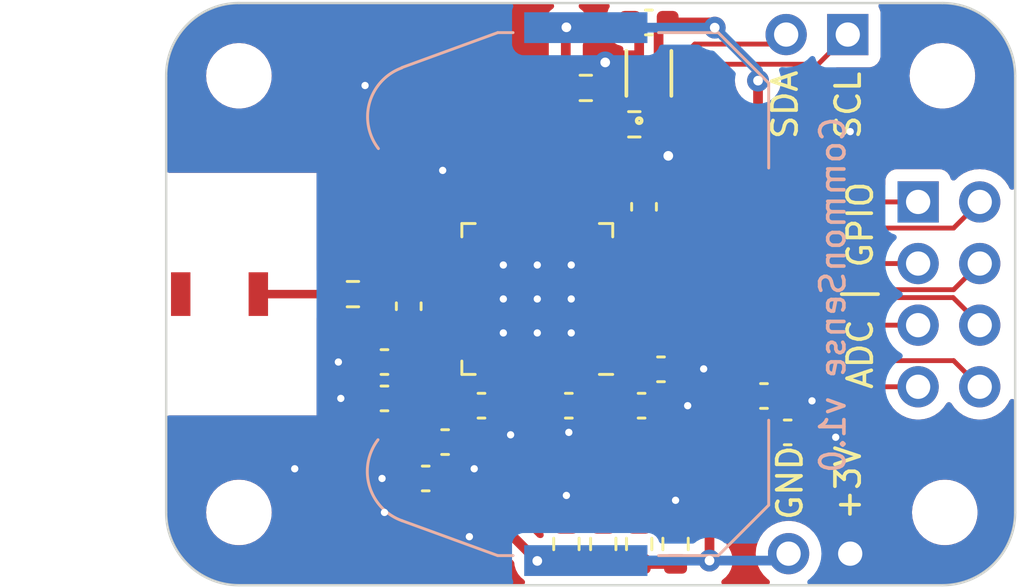
<source format=kicad_pcb>
(kicad_pcb (version 20221018) (generator pcbnew)
  (layers (0 "F.Cu" signal) (31 "B.Cu" signal) (34 "B.Paste" user) (35 "F.Paste" user) (36 "B.SilkS" user "B.Silkscreen") (37 "F.SilkS" user "F.Silkscreen") (38 "B.Mask" user) (39 "F.Mask" user) (44 "Edge.Cuts" user))
  (net 0 "")
  (net 1 "/RF")
  (net 2 "+3V3")
  (net 3 "GND")
  (net 4 "/XL1")
  (net 5 "/XL2")
  (net 6 "/DEC1")
  (net 7 "/DEC4")
  (net 8 "/DEC3")
  (net 9 "/DEC2")
  (net 10 "/XC1")
  (net 11 "/XC2")
  (net 12 "/ANT")
  (net 13 "/LED_RES1")
  (net 14 "/LED_RES2")
  (net 15 "/P0.09")
  (net 16 "/P0.08")
  (net 17 "/P0.07")
  (net 18 "/P0.06")
  (net 19 "/AIN3")
  (net 20 "/AIN2")
  (net 21 "/AIN1")
  (net 22 "/AIN0")
  (net 23 "/STATUS_LED1")
  (net 24 "/STATUS_LED2")
  (net 34 "/RESET")
  (net 35 "/SWDCLK")
  (net 36 "/SWDIO")
  (net 47 "/SDA")
  (net 48 "/SCL")
  (footprint "Connector_PinHeader_2.54mm:PinHeader_1x02_P2.54mm_Vertical" (layer "F.Cu") (at 164.2 78.7 -90)
    (fp_text reference "J2" hide)
    (fp_text value "Conn_01x02" hide)
    (pad "1" thru_hole rect locked (at 0 0 270) (size 1.7 1.7) (drill 1) (layers "*.Cu" "*.Mask") (net 3 "GND"))
    (pad "2" thru_hole oval locked (at 0 2.54 270) (size 1.7 1.7) (drill 1) (layers "*.Cu" "*.Mask") (net 2 "+3V3"))
  )
  (footprint "Capacitor_SMD:C_0603_1608Metric" (layer "F.Cu") (at 145 70.8 180)
    (fp_text reference "C9" hide)
    (fp_text value "N.C." hide)
    (fp_line (start -0.14058 -0.51) (end 0.14058 -0.51) (stroke (width 0.12)) (layer "F.SilkS"))
    (fp_line (start -0.14058 0.51) (end 0.14058 0.51) (stroke (width 0.12)) (layer "F.SilkS"))
    (pad "1" smd roundrect (at -0.775 0 180) (size 0.9 0.95) (layers "F.Cu" "F.Paste" "F.Mask") (net 9 "/DEC2"))
    (pad "2" smd roundrect (at 0.775 0 180) (size 0.9 0.95) (layers "F.Cu" "F.Paste" "F.Mask") (net 3 "GND"))
  )
  (footprint "Capacitor_SMD:C_0603_1608Metric" (layer "F.Cu") (at 156.4 71.1 180)
    (fp_text reference "C3" hide)
    (fp_text value "100n" hide)
    (fp_line (start -0.14058 -0.51) (end 0.14058 -0.51) (stroke (width 0.12)) (layer "F.SilkS"))
    (fp_line (start -0.14058 0.51) (end 0.14058 0.51) (stroke (width 0.12)) (layer "F.SilkS"))
    (pad "1" smd roundrect (at -0.775 0 180) (size 0.9 0.95) (layers "F.Cu" "F.Paste" "F.Mask") (net 3 "GND"))
    (pad "2" smd roundrect (at 0.775 0 180) (size 0.9 0.95) (layers "F.Cu" "F.Paste" "F.Mask") (net 6 "/DEC1"))
  )
  (footprint "MountingHole:MountingHole_2.2mm_M2" (layer "F.Cu") (at 168.1 77)
    (fp_text reference "H4" hide)
    (fp_text value "MountingHole" hide)
    (pad "" np_thru_hole circle locked (at 0 0) (size 2.2 2.2) (drill 2.2) (layers "*.Cu" "*.Mask"))
  )
  (footprint "MountingHole:MountingHole_2.2mm_M2" (layer "F.Cu") (at 139 77)
    (fp_text reference "H1" hide)
    (fp_text value "MountingHole" hide)
    (pad "" np_thru_hole circle locked (at 0 0) (size 2.2 2.2) (drill 2.2) (layers "*.Cu" "*.Mask"))
  )
  (footprint "Connector_PinHeader_2.54mm:PinHeader_2x04_P2.54mm_Vertical" (layer "F.Cu") (at 167 64.2)
    (fp_text reference "J1" hide)
    (fp_text value "Conn_02x04_Counter_Clockwise" hide)
    (pad "1" thru_hole rect locked (at 0 0) (size 1.7 1.7) (drill 1) (layers "*.Cu" "*.Mask") (net 15 "/P0.09"))
    (pad "2" thru_hole oval locked (at 2.54 0) (size 1.7 1.7) (drill 1) (layers "*.Cu" "*.Mask") (net 16 "/P0.08"))
    (pad "3" thru_hole oval locked (at 0 2.54) (size 1.7 1.7) (drill 1) (layers "*.Cu" "*.Mask") (net 17 "/P0.07"))
    (pad "4" thru_hole oval locked (at 2.54 2.54) (size 1.7 1.7) (drill 1) (layers "*.Cu" "*.Mask") (net 18 "/P0.06"))
    (pad "5" thru_hole oval locked (at 0 5.08) (size 1.7 1.7) (drill 1) (layers "*.Cu" "*.Mask") (net 20 "/AIN2"))
    (pad "6" thru_hole oval locked (at 2.54 5.08) (size 1.7 1.7) (drill 1) (layers "*.Cu" "*.Mask") (net 19 "/AIN3"))
    (pad "7" thru_hole oval locked (at 0 7.62) (size 1.7 1.7) (drill 1) (layers "*.Cu" "*.Mask") (net 22 "/AIN0"))
    (pad "8" thru_hole oval locked (at 2.54 7.62) (size 1.7 1.7) (drill 1) (layers "*.Cu" "*.Mask") (net 21 "/AIN1"))
  )
  (footprint "encyclopedia_galactica:ECS-.327-12.5-12R-TR" (layer "F.Cu") (at 160.076228 75.527211 180)
    (fp_text reference "Y1" hide)
    (fp_text value " ECS-.327-12.5-12R-TR " hide)
    (pad "1" smd rect (at -0.7 0 180) (size 0.6 1.1) (layers "F.Cu" "F.Paste" "F.Mask") (net 5 "/XL2"))
    (pad "2" smd rect (at 0.7 0 180) (size 0.6 1.1) (layers "F.Cu" "F.Paste" "F.Mask") (net 4 "/XL1"))
  )
  (footprint "encyclopedia_galactica:2108838-1" (layer "F.Cu") (at 135.7 68)
    (fp_text reference "2108838-1" hide)
    (fp_text value "~" hide)
    (pad "1" smd rect (at 4.1 0) (size 0.8 1.8) (layers "F.Cu" "F.Paste" "F.Mask") (net 1 "/RF"))
    (pad "2" smd rect (at 0.9 0) (size 0.8 1.8) (layers "F.Cu" "F.Paste" "F.Mask"))
    (zone (net 0) (net_name "") (layers "*.Cu") (connect_pads (clearance 0)) (min_thickness 0.25)
      (keepout (tracks allowed) (vias not_allowed) (pads allowed) (copperpour not_allowed) (footprints not_allowed))
      (fill (thermal_gap 0.5) (thermal_bridge_width 0.5))
      (polygon (pts (xy 129.2 63) (xy 129.2 73) (xy 142.2 73) (xy 142.2 63)))
    )
  )
  (footprint "MountingHole:MountingHole_2.2mm_M2" (layer "F.Cu") (at 139 59)
    (fp_text reference "H2" hide)
    (fp_text value "MountingHole" hide)
    (pad "" np_thru_hole circle locked (at 0 0) (size 2.2 2.2) (drill 2.2) (layers "*.Cu" "*.Mask"))
  )
  (footprint "Connector_PinHeader_2.54mm:PinHeader_1x02_P2.54mm_Vertical" (layer "F.Cu") (at 164.1 57.3 -90)
    (fp_text reference "J3" hide)
    (fp_text value "Conn_01x02" hide)
    (pad "1" thru_hole rect locked (at 0 0 270) (size 1.7 1.7) (drill 1) (layers "*.Cu" "*.Mask") (net 48 "/SCL"))
    (pad "2" thru_hole oval locked (at 0 2.54 270) (size 1.7 1.7) (drill 1) (layers "*.Cu" "*.Mask") (net 47 "/SDA"))
  )
  (footprint "Resistor_SMD:R_0603_1608Metric" (layer "F.Cu") (at 154.02 78.3 -90)
    (fp_text reference "R2" hide)
    (fp_text value "R" hide)
    (fp_line (start -0.237258 -0.5225) (end 0.237258 -0.5225) (stroke (width 0.12)) (layer "F.SilkS"))
    (fp_line (start -0.237258 0.5225) (end 0.237258 0.5225) (stroke (width 0.12)) (layer "F.SilkS"))
    (pad "1" smd roundrect (at -0.825 0 270) (size 0.8 0.95) (layers "F.Cu" "F.Paste" "F.Mask") (net 24 "/STATUS_LED2"))
    (pad "2" smd roundrect (at 0.825 0 270) (size 0.8 0.95) (layers "F.Cu" "F.Paste" "F.Mask") (net 14 "/LED_RES2"))
  )
  (footprint "Resistor_SMD:R_0603_1608Metric" (layer "F.Cu") (at 157 78.3 -90)
    (fp_text reference "D1" hide)
    (fp_text value "LED" hide)
    (fp_line (start -0.237258 -0.5225) (end 0.237258 -0.5225) (stroke (width 0.12)) (layer "F.SilkS"))
    (fp_line (start -0.237258 0.5225) (end 0.237258 0.5225) (stroke (width 0.12)) (layer "F.SilkS"))
    (pad "1" smd roundrect (at -0.825 0 270) (size 0.8 0.95) (layers "F.Cu" "F.Paste" "F.Mask") (net 3 "GND"))
    (pad "2" smd roundrect (at 0.825 0 270) (size 0.8 0.95) (layers "F.Cu" "F.Paste" "F.Mask") (net 13 "/LED_RES1"))
  )
  (footprint "Package_DFN_QFN:QFN-48-1EP_6x6mm_P0.4mm_EP4.6x4.6mm" (layer "F.Cu") (at 151.3 68.2 180)
    (fp_text reference "U1" hide)
    (fp_text value "NRF52810-QFAA-R7" hide)
    (fp_line (start -3.11 3.11) (end -3.11 2.56) (stroke (width 0.12)) (layer "F.SilkS"))
    (fp_line (start -2.56 -3.11) (end -3.11 -3.11) (stroke (width 0.12)) (layer "F.SilkS"))
    (fp_line (start -2.56 3.11) (end -3.11 3.11) (stroke (width 0.12)) (layer "F.SilkS"))
    (fp_line (start 2.56 -3.11) (end 3.11 -3.11) (stroke (width 0.12)) (layer "F.SilkS"))
    (fp_line (start 2.56 3.11) (end 3.11 3.11) (stroke (width 0.12)) (layer "F.SilkS"))
    (fp_line (start 3.11 -3.11) (end 3.11 -2.56) (stroke (width 0.12)) (layer "F.SilkS"))
    (fp_line (start 3.11 3.11) (end 3.11 2.56) (stroke (width 0.12)) (layer "F.SilkS"))
    (pad "1" smd roundrect (at -2.95 -2.2 180) (size 0.8 0.2) (layers "F.Cu" "F.Paste" "F.Mask") (net 6 "/DEC1"))
    (pad "2" smd roundrect (at -2.95 -1.8 180) (size 0.8 0.2) (layers "F.Cu" "F.Paste" "F.Mask") (net 4 "/XL1"))
    (pad "3" smd roundrect (at -2.95 -1.4 180) (size 0.8 0.2) (layers "F.Cu" "F.Paste" "F.Mask") (net 5 "/XL2"))
    (pad "4" smd roundrect (at -2.95 -1 180) (size 0.8 0.2) (layers "F.Cu" "F.Paste" "F.Mask") (net 22 "/AIN0"))
    (pad "5" smd roundrect (at -2.95 -0.6 180) (size 0.8 0.2) (layers "F.Cu" "F.Paste" "F.Mask") (net 21 "/AIN1"))
    (pad "6" smd roundrect (at -2.95 -0.2 180) (size 0.8 0.2) (layers "F.Cu" "F.Paste" "F.Mask") (net 20 "/AIN2"))
    (pad "7" smd roundrect (at -2.95 0.2 180) (size 0.8 0.2) (layers "F.Cu" "F.Paste" "F.Mask") (net 19 "/AIN3"))
    (pad "8" smd roundrect (at -2.95 0.6 180) (size 0.8 0.2) (layers "F.Cu" "F.Paste" "F.Mask") (net 18 "/P0.06"))
    (pad "9" smd roundrect (at -2.95 1 180) (size 0.8 0.2) (layers "F.Cu" "F.Paste" "F.Mask") (net 17 "/P0.07"))
    (pad "10" smd roundrect (at -2.95 1.4 180) (size 0.8 0.2) (layers "F.Cu" "F.Paste" "F.Mask") (net 16 "/P0.08"))
    (pad "11" smd roundrect (at -2.95 1.8 180) (size 0.8 0.2) (layers "F.Cu" "F.Paste" "F.Mask") (net 15 "/P0.09"))
    (pad "12" smd roundrect (at -2.95 2.2 180) (size 0.8 0.2) (layers "F.Cu" "F.Paste" "F.Mask"))
    (pad "13" smd roundrect (at -2.2 2.95 180) (size 0.2 0.8) (layers "F.Cu" "F.Paste" "F.Mask") (net 2 "+3V3"))
    (pad "14" smd roundrect (at -1.8 2.95 180) (size 0.2 0.8) (layers "F.Cu" "F.Paste" "F.Mask"))
    (pad "15" smd roundrect (at -1.4 2.95 180) (size 0.2 0.8) (layers "F.Cu" "F.Paste" "F.Mask"))
    (pad "16" smd roundrect (at -1 2.95 180) (size 0.2 0.8) (layers "F.Cu" "F.Paste" "F.Mask") (net 48 "/SCL"))
    (pad "17" smd roundrect (at -0.6 2.95 180) (size 0.2 0.8) (layers "F.Cu" "F.Paste" "F.Mask") (net 47 "/SDA"))
    (pad "18" smd roundrect (at -0.2 2.95 180) (size 0.2 0.8) (layers "F.Cu" "F.Paste" "F.Mask"))
    (pad "19" smd roundrect (at 0.2 2.95 180) (size 0.2 0.8) (layers "F.Cu" "F.Paste" "F.Mask"))
    (pad "20" smd roundrect (at 0.6 2.95 180) (size 0.2 0.8) (layers "F.Cu" "F.Paste" "F.Mask"))
    (pad "21" smd roundrect (at 1 2.95 180) (size 0.2 0.8) (layers "F.Cu" "F.Paste" "F.Mask"))
    (pad "22" smd roundrect (at 1.4 2.95 180) (size 0.2 0.8) (layers "F.Cu" "F.Paste" "F.Mask"))
    (pad "23" smd roundrect (at 1.8 2.95 180) (size 0.2 0.8) (layers "F.Cu" "F.Paste" "F.Mask"))
    (pad "24" smd roundrect (at 2.2 2.95 180) (size 0.2 0.8) (layers "F.Cu" "F.Paste" "F.Mask") (net 34 "/RESET"))
    (pad "25" smd roundrect (at 2.95 2.2 180) (size 0.8 0.2) (layers "F.Cu" "F.Paste" "F.Mask") (net 35 "/SWDCLK"))
    (pad "26" smd roundrect (at 2.95 1.8 180) (size 0.8 0.2) (layers "F.Cu" "F.Paste" "F.Mask") (net 36 "/SWDIO"))
    (pad "27" smd roundrect (at 2.95 1.4 180) (size 0.8 0.2) (layers "F.Cu" "F.Paste" "F.Mask"))
    (pad "28" smd roundrect (at 2.95 1 180) (size 0.8 0.2) (layers "F.Cu" "F.Paste" "F.Mask"))
    (pad "29" smd roundrect (at 2.95 0.6 180) (size 0.8 0.2) (layers "F.Cu" "F.Paste" "F.Mask"))
    (pad "30" smd roundrect (at 2.95 0.2 180) (size 0.8 0.2) (layers "F.Cu" "F.Paste" "F.Mask") (net 12 "/ANT"))
    (pad "31" smd roundrect (at 2.95 -0.2 180) (size 0.8 0.2) (layers "F.Cu" "F.Paste" "F.Mask") (net 3 "GND"))
    (pad "32" smd roundrect (at 2.95 -0.6 180) (size 0.8 0.2) (layers "F.Cu" "F.Paste" "F.Mask") (net 9 "/DEC2"))
    (pad "33" smd roundrect (at 2.95 -1 180) (size 0.8 0.2) (layers "F.Cu" "F.Paste" "F.Mask") (net 8 "/DEC3"))
    (pad "34" smd roundrect (at 2.95 -1.4 180) (size 0.8 0.2) (layers "F.Cu" "F.Paste" "F.Mask") (net 11 "/XC2"))
    (pad "35" smd roundrect (at 2.95 -1.8 180) (size 0.8 0.2) (layers "F.Cu" "F.Paste" "F.Mask") (net 10 "/XC1"))
    (pad "36" smd roundrect (at 2.95 -2.2 180) (size 0.8 0.2) (layers "F.Cu" "F.Paste" "F.Mask") (net 2 "+3V3"))
    (pad "37" smd roundrect (at 2.2 -2.95 180) (size 0.2 0.8) (layers "F.Cu" "F.Paste" "F.Mask"))
    (pad "38" smd roundrect (at 1.8 -2.95 180) (size 0.2 0.8) (layers "F.Cu" "F.Paste" "F.Mask"))
    (pad "39" smd roundrect (at 1.4 -2.95 180) (size 0.2 0.8) (layers "F.Cu" "F.Paste" "F.Mask"))
    (pad "40" smd roundrect (at 1 -2.95 180) (size 0.2 0.8) (layers "F.Cu" "F.Paste" "F.Mask"))
    (pad "41" smd roundrect (at 0.6 -2.95 180) (size 0.2 0.8) (layers "F.Cu" "F.Paste" "F.Mask") (net 24 "/STATUS_LED2"))
    (pad "42" smd roundrect (at 0.2 -2.95 180) (size 0.2 0.8) (layers "F.Cu" "F.Paste" "F.Mask") (net 23 "/STATUS_LED1"))
    (pad "43" smd roundrect (at -0.2 -2.95 180) (size 0.2 0.8) (layers "F.Cu" "F.Paste" "F.Mask"))
    (pad "44" smd roundrect (at -0.6 -2.95 180) (size 0.2 0.8) (layers "F.Cu" "F.Paste" "F.Mask"))
    (pad "45" smd roundrect (at -1 -2.95 180) (size 0.2 0.8) (layers "F.Cu" "F.Paste" "F.Mask") (net 3 "GND"))
    (pad "46" smd roundrect (at -1.4 -2.95 180) (size 0.2 0.8) (layers "F.Cu" "F.Paste" "F.Mask") (net 7 "/DEC4"))
    (pad "47" smd roundrect (at -1.8 -2.95 180) (size 0.2 0.8) (layers "F.Cu" "F.Paste" "F.Mask"))
    (pad "48" smd roundrect (at -2.2 -2.95 180) (size 0.2 0.8) (layers "F.Cu" "F.Paste" "F.Mask") (net 2 "+3V3"))
    (pad "49" smd rect (at 0 0 180) (size 4.6 4.6) (layers "F.Cu" "F.Mask") (net 3 "GND"))
  )
  (footprint "Capacitor_SMD:C_0603_1608Metric" (layer "F.Cu") (at 145 72.3 180)
    (fp_text reference "C8" hide)
    (fp_text value "100pF" hide)
    (fp_line (start -0.14058 -0.51) (end 0.14058 -0.51) (stroke (width 0.12)) (layer "F.SilkS"))
    (fp_line (start -0.14058 0.51) (end 0.14058 0.51) (stroke (width 0.12)) (layer "F.SilkS"))
    (pad "1" smd roundrect (at -0.775 0 180) (size 0.9 0.95) (layers "F.Cu" "F.Paste" "F.Mask") (net 8 "/DEC3"))
    (pad "2" smd roundrect (at 0.775 0 180) (size 0.9 0.95) (layers "F.Cu" "F.Paste" "F.Mask") (net 3 "GND"))
  )
  (footprint "Capacitor_SMD:C_0603_1608Metric" (layer "F.Cu") (at 155.6 72.6 180)
    (fp_text reference "C5" hide)
    (fp_text value "4u7" hide)
    (fp_line (start -0.14058 -0.51) (end 0.14058 -0.51) (stroke (width 0.12)) (layer "F.SilkS"))
    (fp_line (start -0.14058 0.51) (end 0.14058 0.51) (stroke (width 0.12)) (layer "F.SilkS"))
    (pad "1" smd roundrect (at -0.775 0 180) (size 0.9 0.95) (layers "F.Cu" "F.Paste" "F.Mask") (net 3 "GND"))
    (pad "2" smd roundrect (at 0.775 0 180) (size 0.9 0.95) (layers "F.Cu" "F.Paste" "F.Mask") (net 2 "+3V3"))
  )
  (footprint "Capacitor_SMD:C_0603_1608Metric" (layer "F.Cu") (at 147.5 74.1)
    (fp_text reference "C11" hide)
    (fp_text value "12pF" hide)
    (fp_line (start -0.14058 -0.51) (end 0.14058 -0.51) (stroke (width 0.12)) (layer "F.SilkS"))
    (fp_line (start -0.14058 0.51) (end 0.14058 0.51) (stroke (width 0.12)) (layer "F.SilkS"))
    (pad "1" smd roundrect (at -0.775 0) (size 0.9 0.95) (layers "F.Cu" "F.Paste" "F.Mask") (net 11 "/XC2"))
    (pad "2" smd roundrect (at 0.775 0) (size 0.9 0.95) (layers "F.Cu" "F.Paste" "F.Mask") (net 3 "GND"))
  )
  (footprint "Resistor_SMD:R_0603_1608Metric" (layer "F.Cu") (at 153.3 59.5)
    (fp_text reference "R4" hide)
    (fp_text value "10k" hide)
    (fp_line (start -0.237258 -0.5225) (end 0.237258 -0.5225) (stroke (width 0.12)) (layer "F.SilkS"))
    (fp_line (start -0.237258 0.5225) (end 0.237258 0.5225) (stroke (width 0.12)) (layer "F.SilkS"))
    (pad "1" smd roundrect (at -0.825 0) (size 0.8 0.95) (layers "F.Cu" "F.Paste" "F.Mask") (net 2 "+3V3"))
    (pad "2" smd roundrect (at 0.825 0) (size 0.8 0.95) (layers "F.Cu" "F.Paste" "F.Mask") (net 47 "/SDA"))
  )
  (footprint "Resistor_SMD:R_0603_1608Metric" (layer "F.Cu") (at 155.5 78.3 -90)
    (fp_text reference "R1" hide)
    (fp_text value "R" hide)
    (fp_line (start -0.237258 -0.5225) (end 0.237258 -0.5225) (stroke (width 0.12)) (layer "F.SilkS"))
    (fp_line (start -0.237258 0.5225) (end 0.237258 0.5225) (stroke (width 0.12)) (layer "F.SilkS"))
    (pad "1" smd roundrect (at -0.825 0 270) (size 0.8 0.95) (layers "F.Cu" "F.Paste" "F.Mask") (net 23 "/STATUS_LED1"))
    (pad "2" smd roundrect (at 0.825 0 270) (size 0.8 0.95) (layers "F.Cu" "F.Paste" "F.Mask") (net 13 "/LED_RES1"))
  )
  (footprint "MountingHole:MountingHole_2.2mm_M2" (layer "F.Cu") (at 168 59)
    (fp_text reference "H3" hide)
    (fp_text value "MountingHole" hide)
    (pad "" np_thru_hole circle locked (at 0 0) (size 2.2 2.2) (drill 2.2) (layers "*.Cu" "*.Mask"))
  )
  (footprint "Resistor_SMD:R_0603_1608Metric" (layer "F.Cu") (at 143.7 68 180)
    (fp_text reference "L1" hide)
    (fp_text value "3.9nH" hide)
    (fp_line (start -0.237258 -0.5225) (end 0.237258 -0.5225) (stroke (width 0.12)) (layer "F.SilkS"))
    (fp_line (start -0.237258 0.5225) (end 0.237258 0.5225) (stroke (width 0.12)) (layer "F.SilkS"))
    (pad "1" smd roundrect (at -0.825 0 180) (size 0.8 0.95) (layers "F.Cu" "F.Paste" "F.Mask") (net 12 "/ANT"))
    (pad "2" smd roundrect (at 0.825 0 180) (size 0.8 0.95) (layers "F.Cu" "F.Paste" "F.Mask") (net 1 "/RF"))
  )
  (footprint "Resistor_SMD:R_0603_1608Metric" (layer "F.Cu") (at 155.3 61 180)
    (fp_text reference "R3" hide)
    (fp_text value "10k" hide)
    (fp_line (start -0.237258 -0.5225) (end 0.237258 -0.5225) (stroke (width 0.12)) (layer "F.SilkS"))
    (fp_line (start -0.237258 0.5225) (end 0.237258 0.5225) (stroke (width 0.12)) (layer "F.SilkS"))
    (pad "1" smd roundrect (at -0.825 0 180) (size 0.8 0.95) (layers "F.Cu" "F.Paste" "F.Mask") (net 48 "/SCL"))
    (pad "2" smd roundrect (at 0.825 0 180) (size 0.8 0.95) (layers "F.Cu" "F.Paste" "F.Mask") (net 2 "+3V3"))
  )
  (footprint "Capacitor_SMD:C_0603_1608Metric" (layer "F.Cu") (at 149 72.6 180)
    (fp_text reference "C7" hide)
    (fp_text value "100n" hide)
    (fp_line (start -0.14058 -0.51) (end 0.14058 -0.51) (stroke (width 0.12)) (layer "F.SilkS"))
    (fp_line (start -0.14058 0.51) (end 0.14058 0.51) (stroke (width 0.12)) (layer "F.SilkS"))
    (pad "1" smd roundrect (at -0.775 0 180) (size 0.9 0.95) (layers "F.Cu" "F.Paste" "F.Mask") (net 3 "GND"))
    (pad "2" smd roundrect (at 0.775 0 180) (size 0.9 0.95) (layers "F.Cu" "F.Paste" "F.Mask") (net 2 "+3V3"))
  )
  (footprint "Capacitor_SMD:C_0603_1608Metric" (layer "F.Cu") (at 155.90005 56.8 180)
    (fp_text reference "C13" hide)
    (fp_text value "100n" hide)
    (fp_line (start -0.14058 -0.51) (end 0.14058 -0.51) (stroke (width 0.12)) (layer "F.SilkS"))
    (fp_line (start -0.14058 0.51) (end 0.14058 0.51) (stroke (width 0.12)) (layer "F.SilkS"))
    (pad "1" smd roundrect (at -0.775 0 180) (size 0.9 0.95) (layers "F.Cu" "F.Paste" "F.Mask") (net 2 "+3V3"))
    (pad "2" smd roundrect (at 0.775 0 180) (size 0.9 0.95) (layers "F.Cu" "F.Paste" "F.Mask") (net 3 "GND"))
  )
  (footprint "Capacitor_SMD:C_0603_1608Metric" (layer "F.Cu") (at 161.62255 73.7)
    (fp_text reference "C2" hide)
    (fp_text value "12pF" hide)
    (fp_line (start -0.14058 -0.51) (end 0.14058 -0.51) (stroke (width 0.12)) (layer "F.SilkS"))
    (fp_line (start -0.14058 0.51) (end 0.14058 0.51) (stroke (width 0.12)) (layer "F.SilkS"))
    (pad "1" smd roundrect (at -0.775 0) (size 0.9 0.95) (layers "F.Cu" "F.Paste" "F.Mask") (net 5 "/XL2"))
    (pad "2" smd roundrect (at 0.775 0) (size 0.9 0.95) (layers "F.Cu" "F.Paste" "F.Mask") (net 3 "GND"))
  )
  (footprint "Capacitor_SMD:C_0603_1608Metric" (layer "F.Cu") (at 155.7 64.4 -90)
    (fp_text reference "C4" hide)
    (fp_text value "100n" hide)
    (fp_line (start -0.14058 -0.51) (end 0.14058 -0.51) (stroke (width 0.12)) (layer "F.SilkS"))
    (fp_line (start -0.14058 0.51) (end 0.14058 0.51) (stroke (width 0.12)) (layer "F.SilkS"))
    (pad "1" smd roundrect (at -0.775 0 270) (size 0.9 0.95) (layers "F.Cu" "F.Paste" "F.Mask") (net 3 "GND"))
    (pad "2" smd roundrect (at 0.775 0 270) (size 0.9 0.95) (layers "F.Cu" "F.Paste" "F.Mask") (net 2 "+3V3"))
  )
  (footprint "encyclopedia_galactica:DFN4_SHT41_SEN" (layer "F.Cu") (at 155.90005 58.9 90)
    (fp_text reference "U2" hide)
    (fp_text value "SHT41-AD1B-R2" hide)
    (fp_line (start -0.9271 0.9271) (end 0.9271 0.9271) (stroke (width 0.1524)) (layer "F.SilkS"))
    (fp_line (start 0.9271 -0.9271) (end -0.9271 -0.9271) (stroke (width 0.1524)) (layer "F.SilkS"))
    (fp_circle (center -1.950999 -0.40005) (end -1.849399 -0.40005) (stroke (width 0.1524)) (fill none) (layer "F.SilkS"))
    (pad "1" smd rect (at -0.7469 -0.40005 90) (size 0.706399 0.3056) (layers "F.Cu" "F.Paste" "F.Mask") (net 47 "/SDA"))
    (pad "2" smd rect (at -0.7469 0.40005 90) (size 0.706399 0.3056) (layers "F.Cu" "F.Paste" "F.Mask") (net 48 "/SCL"))
    (pad "3" smd rect (at 0.7469 0.40005 90) (size 0.706399 0.3056) (layers "F.Cu" "F.Paste" "F.Mask") (net 2 "+3V3"))
    (pad "4" smd rect (at 0.7469 -0.40005 90) (size 0.706399 0.3056) (layers "F.Cu" "F.Paste" "F.Mask") (net 3 "GND"))
  )
  (footprint "Capacitor_SMD:C_0603_1608Metric" (layer "F.Cu") (at 160.6451 72.2)
    (fp_text reference "C1" hide)
    (fp_text value "12pF" hide)
    (fp_line (start -0.14058 -0.51) (end 0.14058 -0.51) (stroke (width 0.12)) (layer "F.SilkS"))
    (fp_line (start -0.14058 0.51) (end 0.14058 0.51) (stroke (width 0.12)) (layer "F.SilkS"))
    (pad "1" smd roundrect (at -0.775 0) (size 0.9 0.95) (layers "F.Cu" "F.Paste" "F.Mask") (net 4 "/XL1"))
    (pad "2" smd roundrect (at 0.775 0) (size 0.9 0.95) (layers "F.Cu" "F.Paste" "F.Mask") (net 3 "GND"))
  )
  (footprint "encyclopedia_galactica:ABM11W-30.0000MHZ-7-D1X-T3" (layer "F.Cu") (at 146.7625 77.5)
    (fp_text reference "Y2" hide)
    (fp_text value "ABM11W-32.0000MHZ-7-D1X-T3 " hide)
    (pad "1" smd rect (at -0.637 -0.487 90) (size 0.775 0.875) (layers "F.Cu" "F.Paste" "F.Mask") (net 3 "GND"))
    (pad "2" smd rect (at 0.637 -0.487 90) (size 0.775 0.875) (layers "F.Cu" "F.Paste" "F.Mask") (net 10 "/XC1"))
    (pad "3" smd rect (at -0.637 0.487 90) (size 0.775 0.875) (layers "F.Cu" "F.Paste" "F.Mask") (net 11 "/XC2"))
    (pad "4" smd rect (at 0.637 0.487 90) (size 0.775 0.875) (layers "F.Cu" "F.Paste" "F.Mask") (net 3 "GND"))
  )
  (footprint "Capacitor_SMD:C_0603_1608Metric" (layer "F.Cu") (at 146 68.5 90)
    (fp_text reference "C12" hide)
    (fp_text value "0.8pF" hide)
    (fp_line (start -0.14058 -0.51) (end 0.14058 -0.51) (stroke (width 0.12)) (layer "F.SilkS"))
    (fp_line (start -0.14058 0.51) (end 0.14058 0.51) (stroke (width 0.12)) (layer "F.SilkS"))
    (pad "1" smd roundrect (at -0.775 0 90) (size 0.9 0.95) (layers "F.Cu" "F.Paste" "F.Mask") (net 3 "GND"))
    (pad "2" smd roundrect (at 0.775 0 90) (size 0.9 0.95) (layers "F.Cu" "F.Paste" "F.Mask") (net 12 "/ANT"))
  )
  (footprint "Capacitor_SMD:C_0603_1608Metric" (layer "F.Cu") (at 152.6 72.6 180)
    (fp_text reference "C6" hide)
    (fp_text value "1u" hide)
    (fp_line (start -0.14058 -0.51) (end 0.14058 -0.51) (stroke (width 0.12)) (layer "F.SilkS"))
    (fp_line (start -0.14058 0.51) (end 0.14058 0.51) (stroke (width 0.12)) (layer "F.SilkS"))
    (pad "1" smd roundrect (at -0.775 0 180) (size 0.9 0.95) (layers "F.Cu" "F.Paste" "F.Mask") (net 7 "/DEC4"))
    (pad "2" smd roundrect (at 0.775 0 180) (size 0.9 0.95) (layers "F.Cu" "F.Paste" "F.Mask") (net 3 "GND"))
  )
  (footprint "Resistor_SMD:R_0603_1608Metric" (layer "F.Cu") (at 152.5 78.3 -90)
    (fp_text reference "D2" hide)
    (fp_text value "LED" hide)
    (fp_line (start -0.237258 -0.5225) (end 0.237258 -0.5225) (stroke (width 0.12)) (layer "F.SilkS"))
    (fp_line (start -0.237258 0.5225) (end 0.237258 0.5225) (stroke (width 0.12)) (layer "F.SilkS"))
    (pad "1" smd roundrect (at -0.825 0 270) (size 0.8 0.95) (layers "F.Cu" "F.Paste" "F.Mask") (net 3 "GND"))
    (pad "2" smd roundrect (at 0.825 0 270) (size 0.8 0.95) (layers "F.Cu" "F.Paste" "F.Mask") (net 14 "/LED_RES2"))
  )
  (footprint "Capacitor_SMD:C_0603_1608Metric" (layer "F.Cu") (at 146.7 75.6 180)
    (fp_text reference "C10" hide)
    (fp_text value "12pF" hide)
    (fp_line (start -0.14058 -0.51) (end 0.14058 -0.51) (stroke (width 0.12)) (layer "F.SilkS"))
    (fp_line (start -0.14058 0.51) (end 0.14058 0.51) (stroke (width 0.12)) (layer "F.SilkS"))
    (pad "1" smd roundrect (at -0.775 0 180) (size 0.9 0.95) (layers "F.Cu" "F.Paste" "F.Mask") (net 10 "/XC1"))
    (pad "2" smd roundrect (at 0.775 0 180) (size 0.9 0.95) (layers "F.Cu" "F.Paste" "F.Mask") (net 3 "GND"))
  )
  (footprint "Battery:BatteryHolder_Keystone_3034_1x20mm" (layer "B.Cu") (at 153.3 68 90)
    (fp_text reference "BT1" hide)
    (fp_text value "Battery_Cell" hide)
    (fp_line (start -10.78 -3.63) (end -9.34 -7.58) (stroke (width 0.12)) (layer "B.SilkS"))
    (fp_line (start -10.78 -3) (end -10.78 -3.63) (stroke (width 0.12)) (layer "B.SilkS"))
    (fp_line (start -10.78 5.46) (end -10.78 3) (stroke (width 0.12)) (layer "B.SilkS"))
    (fp_line (start -8.7 7.54) (end -10.78 5.46) (stroke (width 0.12)) (layer "B.SilkS"))
    (fp_line (start -5.2 7.54) (end -8.7 7.54) (stroke (width 0.12)) (layer "B.SilkS"))
    (fp_line (start 8.7 7.54) (end 5.2 7.54) (stroke (width 0.12)) (layer "B.SilkS"))
    (fp_line (start 8.7 7.54) (end 10.78 5.46) (stroke (width 0.12)) (layer "B.SilkS"))
    (fp_line (start 10.78 -3.63) (end 9.34 -7.58) (stroke (width 0.12)) (layer "B.SilkS"))
    (fp_line (start 10.78 -3) (end 10.78 -3.63) (stroke (width 0.12)) (layer "B.SilkS"))
    (fp_line (start 10.78 5.46) (end 10.78 3) (stroke (width 0.12)) (layer "B.SilkS"))
    (fp_arc (start -9.34 -7.58) (mid -7.921654 -8.918738) (end -6.003354 -8.56653) (stroke (width 0.12)) (layer "B.SilkS"))
    (fp_arc (start 6 -8.55) (mid 7.90634 -8.911669) (end 9.325243 -7.588169) (stroke (width 0.12)) (layer "B.SilkS"))
    (pad "1" smd rect (at -10.985 0 90) (size 1.27 5.08) (layers "B.Cu" "B.Paste" "B.Mask") (net 2 "+3V3"))
    (pad "1" smd rect (at 10.985 0 90) (size 1.27 5.08) (layers "B.Cu" "B.Paste" "B.Mask") (net 2 "+3V3"))
    (pad "2" smd circle (at 0 0 90) (size 17.8 17.8) (layers "B.Cu" "B.Mask") (net 3 "GND"))
  )
  (gr_line (start 165.35 68) (end 163.85 68) (stroke (width 0.15)) (layer "F.SilkS"))
  (gr_line locked (start 168.000001 80.000001) (end 139 80) (stroke (width 0.1)) (layer "Edge.Cuts"))
  (gr_line locked (start 171 59) (end 171 77) (stroke (width 0.1)) (layer "Edge.Cuts"))
  (gr_arc locked (start 138.999999 80.000001) (mid 136.878679 79.121321) (end 135.999999 77.000001) (stroke (width 0.1)) (layer "Edge.Cuts"))
  (gr_arc locked (start 168 56) (mid 170.12132 56.87868) (end 171 59) (stroke (width 0.1)) (layer "Edge.Cuts"))
  (gr_arc locked (start 135.999999 58.999999) (mid 136.878679 56.878679) (end 138.999999 55.999999) (stroke (width 0.1)) (layer "Edge.Cuts"))
  (gr_line locked (start 139 56) (end 168 56) (stroke (width 0.1)) (layer "Edge.Cuts"))
  (gr_arc locked (start 171.000001 77.000001) (mid 170.121321 79.121321) (end 168.000001 80.000001) (stroke (width 0.1)) (layer "Edge.Cuts"))
  (gr_line locked (start 136 77) (end 136 59) (stroke (width 0.1)) (layer "Edge.Cuts"))
  (gr_text "CommonSense v1.0" (at 162.9 60.6 90) (layer "B.SilkS") (effects (font (size 1 1)) (justify left top mirror)))
  (gr_text "SCL" (at 164.7 61.7 90) (layer "F.SilkS") (effects (font (size 1 1)) (justify left bottom)))
  (gr_text "SDA" (at 162.1 61.7 90) (layer "F.SilkS") (effects (font (size 1 1)) (justify left bottom)))
  (gr_text "GPIO" (at 165.2 67 90) (layer "F.SilkS") (effects (font (size 1 1)) (justify left bottom)))
  (gr_text "+3V" (at 164.7 77.4 90) (layer "F.SilkS") (effects (font (size 1 1)) (justify left bottom)))
  (gr_text "GND" (at 162.3 77.4 90) (layer "F.SilkS") (effects (font (size 1 1)) (justify left bottom)))
  (gr_text "ADC" (at 165.2 72 90) (layer "F.SilkS") (effects (font (size 1 1)) (justify left bottom)))
  (segment (start 142.875 68) (end 139.8 68) (width 0.35) (layer "F.Cu") (net 1))
  (segment (start 156.3001 58.1531) (end 156.3001 57.17495) (width 0.4) (layer "F.Cu") (net 2))
  (segment (start 148.225 72.6) (end 148.225 70.525) (width 0.4) (layer "F.Cu") (net 2))
  (segment (start 149.4 77.1) (end 149.4 73.775) (width 0.4) (layer "F.Cu") (net 2))
  (segment (start 154.825 72.6) (end 153.6 71.375) (width 0.4) (layer "F.Cu") (net 2))
  (segment (start 148.323 70.427) (end 148.35 70.427) (width 0.4) (layer "F.Cu") (net 2))
  (segment (start 156.3001 57.17495) (end 156.67505 56.8) (width 0.4) (layer "F.Cu") (net 2))
  (segment (start 151.3 79) (end 149.4 77.1) (width 0.4) (layer "F.Cu") (net 2))
  (segment (start 152.475 59.5) (end 152.475 57.025) (width 0.4) (layer "F.Cu") (net 2))
  (segment (start 153.6 71.375) (end 153.6 71.15) (width 0.4) (layer "F.Cu") (net 2))
  (segment (start 155.7 65.175) (end 153.575 65.175) (width 0.4) (layer "F.Cu") (net 2))
  (segment (start 160.4 59.1995) (end 160.4 60.475) (width 0.4) (layer "F.Cu") (net 2))
  (segment (start 156.67505 56.8) (end 158.4 56.8) (width 0.4) (layer "F.Cu") (net 2))
  (segment (start 160.4 60.475) (end 155.7 65.175) (width 0.4) (layer "F.Cu") (net 2))
  (segment (start 149.4 73.775) (end 148.225 72.6) (width 0.4) (layer "F.Cu") (net 2))
  (segment (start 158.4 56.8) (end 158.615 57.015) (width 0.4) (layer "F.Cu") (net 2))
  (segment (start 154.475 61) (end 153.975 61) (width 0.4) (layer "F.Cu") (net 2))
  (segment (start 153.975 61) (end 152.475 59.5) (width 0.4) (layer "F.Cu") (net 2))
  (segment (start 158.4 76.175) (end 154.825 72.6) (width 0.4) (layer "F.Cu") (net 2))
  (segment (start 148.225 70.525) (end 148.323 70.427) (width 0.4) (layer "F.Cu") (net 2))
  (segment (start 153.527 65.223) (end 153.527 65.25) (width 0.4) (layer "F.Cu") (net 2))
  (segment (start 158.4 78.985) (end 158.4 76.175) (width 0.4) (layer "F.Cu") (net 2))
  (segment (start 153.575 65.175) (end 153.527 65.223) (width 0.4) (layer "F.Cu") (net 2))
  (segment (start 152.475 57.025) (end 152.5 57) (width 0.4) (layer "F.Cu") (net 2))
  (via (at 158.4 78.985) (size 0.9) (drill 0.4) (layers "F.Cu" "B.Cu") (net 2))
  (via (at 152.5 57) (size 0.9) (drill 0.4) (layers "F.Cu" "B.Cu") (net 2))
  (via (at 151.3 79) (size 0.9) (drill 0.4) (layers "F.Cu" "B.Cu") (net 2))
  (via (at 160.4 59.1995) (size 0.9) (drill 0.4) (layers "F.Cu" "B.Cu") (net 2))
  (via (at 158.615 57.015) (size 0.9) (drill 0.4) (layers "F.Cu" "B.Cu") (net 2))
  (segment (start 161.375 78.985) (end 161.66 78.7) (width 0.4) (layer "B.Cu") (net 2))
  (segment (start 158.4 78.985) (end 153.3 78.985) (width 0.4) (layer "B.Cu") (net 2))
  (segment (start 160.4 58.8) (end 158.615 57.015) (width 0.4) (layer "B.Cu") (net 2))
  (segment (start 153.3 78.985) (end 161.375 78.985) (width 0.4) (layer "B.Cu") (net 2))
  (segment (start 158.615 57.015) (end 153.3 57.015) (width 0.4) (layer "B.Cu") (net 2))
  (segment (start 160.4 59.1995) (end 160.4 58.8) (width 0.4) (layer "B.Cu") (net 2))
  (segment (start 155.7 63.625) (end 155.7 63.3) (width 0.2) (layer "F.Cu") (net 3))
  (segment (start 158.14136 71.1) (end 157.175 71.1) (width 0.4) (layer "F.Cu") (net 3))
  (segment (start 155.5 58.1531) (end 155.5 57.17495) (width 0.4) (layer "F.Cu") (net 3))
  (segment (start 144.225 70.8) (end 143.1 70.8) (width 0.4) (layer "F.Cu") (net 3))
  (segment (start 158.15864 71.08272) (end 158.14136 71.1) (width 0.4) (layer "F.Cu") (net 3))
  (segment (start 152.3 71.15) (end 152.3 72.125) (width 0.2) (layer "F.Cu") (net 3))
  (segment (start 148.487 77.987) (end 148.5 78) (width 0.4) (layer "F.Cu") (net 3))
  (segment (start 149.7 68.4) (end 149.9 68.2) (width 0.2) (layer "F.Cu") (net 3))
  (segment (start 149.775 73.375) (end 150.2 73.8) (width 0.4) (layer "F.Cu") (net 3))
  (segment (start 152.3 72.125) (end 151.825 72.6) (width 0.2) (layer "F.Cu") (net 3))
  (segment (start 151.825 72.925) (end 152.6 73.7) (width 0.4) (layer "F.Cu") (net 3))
  (segment (start 145.925 75.6) (end 144.9 75.6) (width 0.4) (layer "F.Cu") (net 3))
  (segment (start 145.013 77.013) (end 145 77) (width 0.4) (layer "F.Cu") (net 3))
  (segment (start 148.375 74.1) (end 148.375 74.875) (width 0.4) (layer "F.Cu") (net 3))
  (segment (start 157 77.475) (end 157 76.5) (width 0.4) (layer "F.Cu") (net 3))
  (segment (start 161.420102 72.400001) (end 162.624999 72.400001) (width 0.4) (layer "F.Cu") (net 3))
  (segment (start 154.273402 58.1531) (end 154.2 58.226502) (width 0.4) (layer "F.Cu") (net 3))
  (segment (start 144.225 72.3) (end 143.2 72.3) (width 0.4) (layer "F.Cu") (net 3))
  (segment (start 148.35 68.4) (end 148.312495 68.437505) (width 0.2) (layer "F.Cu") (net 3))
  (segment (start 152.5 77.475) (end 152.5 76.3) (width 0.4) (layer "F.Cu") (net 3))
  (segment (start 148.375 74.875) (end 148.7 75.2) (width 0.4) (layer "F.Cu") (net 3))
  (segment (start 156.375 72.6) (end 157.5 72.6) (width 0.4) (layer "F.Cu") (net 3))
  (segment (start 148.312495 68.437505) (end 146.837495 68.437505) (width 0.2) (layer "F.Cu") (net 3))
  (segment (start 149.775 72.6) (end 149.775 73.375) (width 0.4) (layer "F.Cu") (net 3))
  (segment (start 151.825 72.6) (end 151.825 72.925) (width 0.4) (layer "F.Cu") (net 3))
  (segment (start 155.7 63.3) (end 156.7 62.3) (width 0.2) (layer "F.Cu") (net 3))
  (segment (start 146.837495 68.437505) (end 146 69.275) (width 0.2) (layer "F.Cu") (net 3))
  (segment (start 148.35 68.4) (end 149.7 68.4) (width 0.2) (layer "F.Cu") (net 3))
  (segment (start 162.39755 73.900001) (end 163.60245 73.899999) (width 0.4) (layer "F.Cu") (net 3))
  (segment (start 155.5 57.17495) (end 155.12505 56.8) (width 0.4) (layer "F.Cu") (net 3))
  (segment (start 146.1255 77.013) (end 145.013 77.013) (width 0.4) (layer "F.Cu") (net 3))
  (segment (start 147.3995 77.987) (end 148.487 77.987) (width 0.4) (layer "F.Cu") (net 3))
  (segment (start 155.5 58.1531) (end 154.273402 58.1531) (width 0.4) (layer "F.Cu") (net 3))
  (via (at 157.5 72.6) (size 0.6) (drill 0.3) (layers "F.Cu" "B.Cu") (net 3))
  (via (at 151.3 69.6) (size 0.6) (drill 0.3) (layers "F.Cu" "B.Cu") (net 3))
  (via (at 141.3 75.2) (size 0.6) (drill 0.3) (layers "F.Cu" "B.Cu") (net 3))
  (via (at 158.15864 71.08272) (size 0.6) (drill 0.3) (layers "F.Cu" "B.Cu") (net 3))
  (via (at 164.2 61.3) (size 0.6) (drill 0.3) (layers "F.Cu" "B.Cu") (net 3))
  (via (at 144.9 75.6) (size 0.6) (drill 0.3) (layers "F.Cu" "B.Cu") (net 3))
  (via (at 157 76.5) (size 0.6) (drill 0.3) (layers "F.Cu" "B.Cu") (net 3))
  (via (at 148.5 78) (size 0.6) (drill 0.3) (layers "F.Cu" "B.Cu") (net 3))
  (via (at 148.7 75.2) (size 0.6) (drill 0.3) (layers "F.Cu" "B.Cu") (net 3))
  (via (at 149.9 68.2) (size 0.6) (drill 0.3) (layers "F.Cu" "B.Cu") (net 3))
  (via (at 162.624999 72.400001) (size 0.6) (drill 0.3) (layers "F.Cu" "B.Cu") (net 3))
  (via (at 152.5 76.3) (size 0.6) (drill 0.3) (layers "F.Cu" "B.Cu") (net 3))
  (via (at 149.9 66.8) (size 0.6) (drill 0.3) (layers "F.Cu" "B.Cu") (net 3))
  (via (at 149.9 69.6) (size 0.6) (drill 0.3) (layers "F.Cu" "B.Cu") (net 3))
  (via (at 147.4 62.9) (size 0.6) (drill 0.3) (layers "F.Cu" "B.Cu") (net 3))
  (via (at 150.2 73.8) (size 0.6) (drill 0.3) (layers "F.Cu" "B.Cu") (net 3))
  (via (at 144.2 59.4) (size 0.6) (drill 0.3) (layers "F.Cu" "B.Cu") (net 3))
  (via (at 163.60245 73.899999) (size 0.6) (drill 0.3) (layers "F.Cu" "B.Cu") (net 3))
  (via (at 154.1 58.4485) (size 0.9) (drill 0.4) (layers "F.Cu" "B.Cu") (net 3))
  (via (at 152.7 68.2) (size 0.6) (drill 0.3) (layers "F.Cu" "B.Cu") (net 3))
  (via (at 151.3 68.2) (size 0.6) (drill 0.3) (layers "F.Cu" "B.Cu") (net 3))
  (via (at 152.6 73.7) (size 0.6) (drill 0.3) (layers "F.Cu" "B.Cu") (net 3))
  (via (at 145 77) (size 0.6) (drill 0.3) (layers "F.Cu" "B.Cu") (net 3))
  (via (at 143.2 72.3) (size 0.6) (drill 0.3) (layers "F.Cu" "B.Cu") (net 3))
  (via (at 151.3 66.8) (size 0.6) (drill 0.3) (layers "F.Cu" "B.Cu") (net 3))
  (via (at 156.7 62.3) (size 0.9) (drill 0.4) (layers "F.Cu" "B.Cu") (net 3))
  (via (at 143.1 70.8) (size 0.6) (drill 0.3) (layers "F.Cu" "B.Cu") (net 3))
  (via (at 152.7 66.8) (size 0.6) (drill 0.3) (layers "F.Cu" "B.Cu") (net 3))
  (via (at 152.7 69.6) (size 0.6) (drill 0.3) (layers "F.Cu" "B.Cu") (net 3))
  (segment (start 153.44 68) (end 153.3 68) (width 0.2) (layer "B.Cu") (net 3))
  (segment (start 164.14 78.7) (end 153.44 68) (width 0.4) (layer "B.Cu") (net 3))
  (segment (start 159.376228 71.555017) (end 157.821211 70) (width 0.2) (layer "F.Cu") (net 4))
  (segment (start 157.821211 70) (end 154.25 70) (width 0.2) (layer "F.Cu") (net 4))
  (segment (start 159.8701 72.400001) (end 159.376229 72.400001) (width 0.2) (layer "F.Cu") (net 4))
  (segment (start 159.376228 72.4) (end 159.376228 71.555017) (width 0.2) (layer "F.Cu") (net 4))
  (segment (start 159.376229 72.400001) (end 159.376228 72.4) (width 0.2) (layer "F.Cu") (net 4))
  (segment (start 159.376228 75.527211) (end 159.376228 72.4) (width 0.2) (layer "F.Cu") (net 4))
  (segment (start 160.7431 75.494083) (end 160.7431 71.8701) (width 0.2) (layer "F.Cu") (net 5))
  (segment (start 160.776228 75.527211) (end 160.7431 75.494083) (width 0.2) (layer "F.Cu") (net 5))
  (segment (start 160.7431 71.8701) (end 158.473 69.6) (width 0.2) (layer "F.Cu") (net 5))
  (segment (start 158.473 69.6) (end 154.25 69.6) (width 0.2) (layer "F.Cu") (net 5))
  (segment (start 154.925 70.4) (end 155.625 71.1) (width 0.2) (layer "F.Cu") (net 6))
  (segment (start 154.25 70.4) (end 154.925 70.4) (width 0.2) (layer "F.Cu") (net 6))
  (segment (start 152.7 71.15) (end 152.7 72.1) (width 0.2) (layer "F.Cu") (net 7))
  (segment (start 153.2 72.6) (end 153.375 72.6) (width 0.2) (layer "F.Cu") (net 7))
  (segment (start 152.7 72.1) (end 153.2 72.6) (width 0.2) (layer "F.Cu") (net 7))
  (segment (start 145.775 72.3) (end 146.498 71.577) (width 0.2) (layer "F.Cu") (net 8))
  (segment (start 146.498 71.577) (end 146.498 70.535367) (width 0.2) (layer "F.Cu") (net 8))
  (segment (start 146.498 70.535367) (end 147.833367 69.2) (width 0.2) (layer "F.Cu") (net 8))
  (segment (start 147.833367 69.2) (end 148.35 69.2) (width 0.2) (layer "F.Cu") (net 8))
  (segment (start 145.775 70.614225) (end 145.775 70.8) (width 0.2) (layer "F.Cu") (net 9))
  (segment (start 147.589225 68.8) (end 145.775 70.614225) (width 0.2) (layer "F.Cu") (net 9))
  (segment (start 148.35 68.8) (end 147.589225 68.8) (width 0.2) (layer "F.Cu") (net 9))
  (segment (start 147.502 70.456263) (end 147.502 76.9105) (width 0.2) (layer "F.Cu") (net 10))
  (segment (start 147.502 76.9105) (end 147.3995 77.013) (width 0.2) (layer "F.Cu") (net 10))
  (segment (start 147.958263 70) (end 147.502 70.456263) (width 0.2) (layer "F.Cu") (net 10))
  (segment (start 148.35 70) (end 147.958263 70) (width 0.2) (layer "F.Cu") (net 10))
  (segment (start 146.825 70.670815) (end 146.825 74) (width 0.2) (layer "F.Cu") (net 11))
  (segment (start 146.713 77.5505) (end 146.2765 77.987) (width 0.2) (layer "F.Cu") (net 11))
  (segment (start 146.713 74.112) (end 146.713 77.5505) (width 0.2) (layer "F.Cu") (net 11))
  (segment (start 147.895815 69.6) (end 146.825 70.670815) (width 0.2) (layer "F.Cu") (net 11))
  (segment (start 146.2765 77.987) (end 146.1255 77.987) (width 0.2) (layer "F.Cu") (net 11))
  (segment (start 148.35 69.6) (end 147.895815 69.6) (width 0.2) (layer "F.Cu") (net 11))
  (segment (start 146.825 74) (end 146.713 74.112) (width 0.2) (layer "F.Cu") (net 11))
  (segment (start 147.9 68) (end 144.525 68) (width 0.35) (layer "F.Cu") (net 12))
  (segment (start 148.35 68) (end 147.9 68) (width 0.2) (layer "F.Cu") (net 12))
  (segment (start 155.5 79.125) (end 157 79.125) (width 0.4) (layer "F.Cu") (net 13))
  (segment (start 152.5 79.125) (end 154.02 79.125) (width 0.4) (layer "F.Cu") (net 14))
  (segment (start 164.15 64.2) (end 167 64.2) (width 0.2) (layer "F.Cu") (net 15))
  (segment (start 154.25 66.4) (end 161.95 66.4) (width 0.2) (layer "F.Cu") (net 15))
  (segment (start 161.95 66.4) (end 164.15 64.2) (width 0.2) (layer "F.Cu") (net 15))
  (segment (start 164.523 65.277) (end 168.463 65.277) (width 0.2) (layer "F.Cu") (net 16))
  (segment (start 163 66.8) (end 164.523 65.277) (width 0.2) (layer "F.Cu") (net 16))
  (segment (start 154.25 66.8) (end 163 66.8) (width 0.2) (layer "F.Cu") (net 16))
  (segment (start 168.463 65.277) (end 169.54 64.2) (width 0.2) (layer "F.Cu") (net 16))
  (segment (start 164.06 66.74) (end 167 66.74) (width 0.2) (layer "F.Cu") (net 17))
  (segment (start 154.25 67.2) (end 163.6 67.2) (width 0.2) (layer "F.Cu") (net 17))
  (segment (start 163.6 67.2) (end 164.06 66.74) (width 0.2) (layer "F.Cu") (net 17))
  (segment (start 168.463 67.817) (end 169.54 66.74) (width 0.2) (layer "F.Cu") (net 18))
  (segment (start 164.807448 67.6) (end 165.024448 67.817) (width 0.2) (layer "F.Cu") (net 18))
  (segment (start 154.25 67.6) (end 164.807448 67.6) (width 0.2) (layer "F.Cu") (net 18))
  (segment (start 165.024448 67.817) (end 168.463 67.817) (width 0.2) (layer "F.Cu") (net 18))
  (segment (start 164.745 68) (end 164.889 68.144) (width 0.2) (layer "F.Cu") (net 19))
  (segment (start 154.25 68) (end 164.745 68) (width 0.2) (layer "F.Cu") (net 19))
  (segment (start 168.444 68.144) (end 169.54 69.24) (width 0.2) (layer "F.Cu") (net 19))
  (segment (start 164.889 68.144) (end 168.444 68.144) (width 0.2) (layer "F.Cu") (net 19))
  (segment (start 169.54 69.24) (end 169.54 69.28) (width 0.2) (layer "F.Cu") (net 19))
  (segment (start 164.501891 69.28) (end 167 69.28) (width 0.2) (layer "F.Cu") (net 20))
  (segment (start 154.25 68.4) (end 163.621891 68.4) (width 0.2) (layer "F.Cu") (net 20))
  (segment (start 163.621891 68.4) (end 164.501891 69.28) (width 0.2) (layer "F.Cu") (net 20))
  (segment (start 164.948 70.743) (end 168.463 70.743) (width 0.2) (layer "F.Cu") (net 21))
  (segment (start 163.005 68.8) (end 164.948 70.743) (width 0.2) (layer "F.Cu") (net 21))
  (segment (start 168.463 70.743) (end 169.54 71.82) (width 0.2) (layer "F.Cu") (net 21))
  (segment (start 154.25 68.8) (end 163.005 68.8) (width 0.2) (layer "F.Cu") (net 21))
  (segment (start 164.501891 71.82) (end 167 71.82) (width 0.2) (layer "F.Cu") (net 22))
  (segment (start 154.25 69.2) (end 161.881891 69.2) (width 0.2) (layer "F.Cu") (net 22))
  (segment (start 161.881891 69.2) (end 164.501891 71.82) (width 0.2) (layer "F.Cu") (net 22))
  (segment (start 151.1 71.15) (end 151.1 73.02458) (width 0.25) (layer "F.Cu") (net 23))
  (segment (start 155.5 77.42458) (end 155.5 77.475) (width 0.25) (layer "F.Cu") (net 23))
  (segment (start 151.1 73.02458) (end 155.5 77.42458) (width 0.25) (layer "F.Cu") (net 23))
  (segment (start 150.7 71.15) (end 150.7 73.519354) (width 0.25) (layer "F.Cu") (net 24))
  (segment (start 150.7 73.519354) (end 154.02 76.839354) (width 0.25) (layer "F.Cu") (net 24))
  (segment (start 154.02 76.839354) (end 154.02 77.475) (width 0.25) (layer "F.Cu") (net 24))
  (segment (start 161.168 57.692) (end 161.56 57.3) (width 0.2) (layer "F.Cu") (net 47))
  (segment (start 156.1 58.9) (end 156.584552 58.9) (width 0.2) (layer "F.Cu") (net 47))
  (segment (start 157.792552 57.692) (end 161.168 57.692) (width 0.2) (layer "F.Cu") (net 47))
  (segment (start 151.9 65.25) (end 151.9 64.7) (width 0.2) (layer "F.Cu") (net 47))
  (segment (start 154.2719 59.6469) (end 154.125 59.5) (width 0.2) (layer "F.Cu") (net 47))
  (segment (start 155.5 59.5) (end 156.1 58.9) (width 0.2) (layer "F.Cu") (net 47))
  (segment (start 156.584552 58.9) (end 157.792552 57.692) (width 0.2) (layer "F.Cu") (net 47))
  (segment (start 155.498 59.6489) (end 155.5 59.6469) (width 0.2) (layer "F.Cu") (net 47))
  (segment (start 155.5 59.6469) (end 154.2719 59.6469) (width 0.2) (layer "F.Cu") (net 47))
  (segment (start 155.5 59.6469) (end 155.5 59.5) (width 0.2) (layer "F.Cu") (net 47))
  (segment (start 155.498 61.102) (end 155.498 59.6489) (width 0.2) (layer "F.Cu") (net 47))
  (segment (start 151.9 64.7) (end 155.498 61.102) (width 0.2) (layer "F.Cu") (net 47))
  (segment (start 156.3001 60.7999) (end 156.3001 59.6469) (width 0.2) (layer "F.Cu") (net 48))
  (segment (start 156.3001 59.6469) (end 157.424 58.523) (width 0.2) (layer "F.Cu") (net 48))
  (segment (start 162.877 58.523) (end 164.1 57.3) (width 0.2) (layer "F.Cu") (net 48))
  (segment (start 157.424 58.523) (end 162.877 58.523) (width 0.2) (layer "F.Cu") (net 48))
  (segment (start 152.3 65.25) (end 152.3 64.8) (width 0.2) (layer "F.Cu") (net 48))
  (segment (start 152.3 64.8) (end 156.3001 60.7999) (width 0.2) (layer "F.Cu") (net 48))
  (zone (net 0) (net_name "") (layer "F.Cu") (connect_pads yes (clearance 0)) (min_thickness 0.25)
    (keepout (tracks allowed) (vias allowed) (pads allowed) (copperpour not_allowed) (footprints allowed))
    (fill (thermal_gap 0.5) (thermal_bridge_width 0.5))
    (polygon (pts (xy 145.3 68.6) (xy 145.3 70) (xy 144.2 70) (xy 144.2 68.8) (xy 144.9 68.8) (xy 144.9 66.9) (xy 148.8 66.9) (xy 148.8 68.2) (xy 146.7 68.2) (xy 146.2 68.6)))
  )
  (zone (net 3) (net_name "GND") (layer "F.Cu") (priority 1) (connect_pads yes (clearance 0.5)) (min_thickness 0.25) (fill yes (thermal_gap 0.5) (thermal_bridge_width 0.5))
    (polygon (pts (xy 146.4 68.6) (xy 146.4 70) (xy 147.3 70) (xy 148.7 68.6) (xy 149.9 68.6) (xy 149.9 68.2) (xy 147.8 68.2) (xy 147.3 68.6)))
  )
  (zone locked (net 3) (net_name "GND") (layer "F.Cu") (connect_pads (clearance 0.5)) (min_thickness 0.25) (fill yes (thermal_gap 0.5) (thermal_bridge_width 0.5))
    (polygon (pts (xy 136 56) (xy 171 56) (xy 171 80) (xy 136 80)))
  )
  (zone locked (net 3) (net_name "GND") (layer "B.Cu") (connect_pads yes (clearance 0.5)) (min_thickness 0.25) (fill yes (thermal_gap 0.5) (thermal_bridge_width 0.5))
    (polygon (pts (xy 136 56) (xy 171 56) (xy 171 80) (xy 136 80)))
  )
)
</source>
